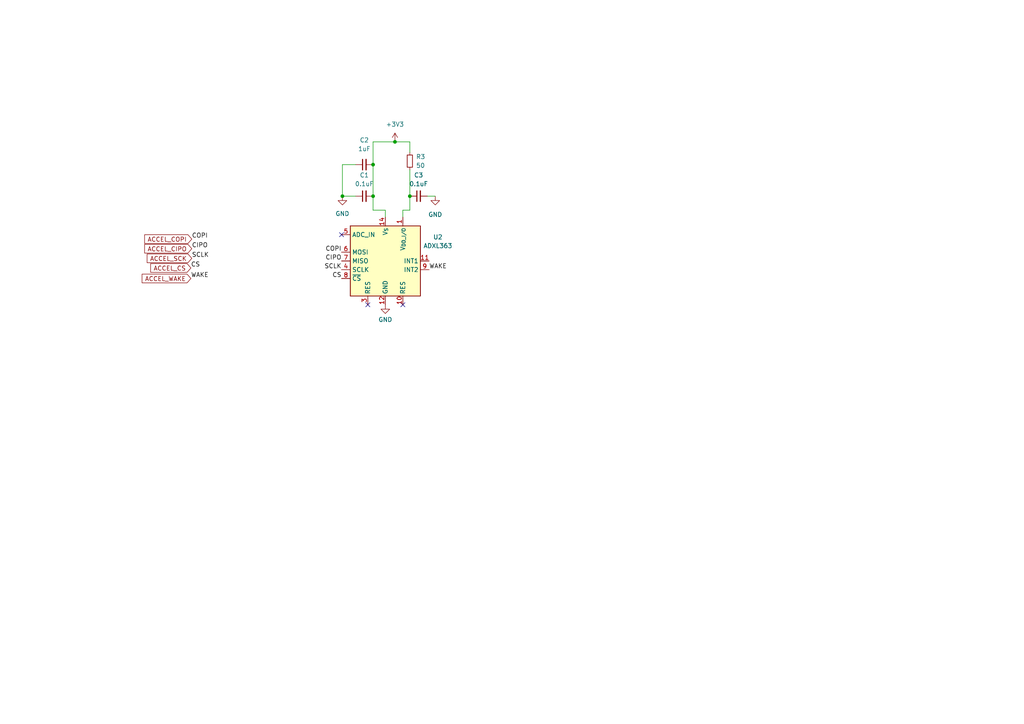
<source format=kicad_sch>
(kicad_sch (version 20230121) (generator eeschema)
  (paper "A4")
  (lib_symbols
    (symbol "Device:C_Small" (pin_numbers hide) (pin_names (offset 0.254) hide)
      (property "Reference" "C" (at 0.254 1.778 0))
      (property "Value" "C_Small" (at 0.254 -2.032 0))
      (symbol "C_Small_0_1"
        (polyline (pts (xy -1.524 -0.508) (xy 1.524 -0.508)) (stroke (width 0.3302)))
        (polyline (pts (xy -1.524 0.508) (xy 1.524 0.508)) (stroke (width 0.3048)))
      )
      (symbol "C_Small_1_1"
        (pin passive line (at 0 2.54 270) (length 2.032) (name "~") (number "1"))
        (pin passive line (at 0 -2.54 90) (length 2.032) (name "~") (number "2"))
      )
    )
    (symbol "Device:R_Small" (pin_numbers hide) (pin_names (offset 0.254) hide)
      (property "Reference" "R" (at 0.762 0.508 0))
      (property "Value" "R_Small" (at 0.762 -1.016 0))
      (symbol "R_Small_0_1"
        (rectangle (start -0.762 1.778) (end 0.762 -1.778) (stroke (width 0.2032)))
      )
      (symbol "R_Small_1_1"
        (pin passive line (at 0 2.54 270) (length 0.762) (name "~") (number "1"))
        (pin passive line (at 0 -2.54 90) (length 0.762) (name "~") (number "2"))
      )
    )
    (symbol "Sensor_Motion:ADXL363"
      (property "Reference" "U" (at -8.89 11.43 0))
      (property "Value" "ADXL363" (at 6.35 11.43 0))
      (symbol "ADXL363_0_1"
        (rectangle (start -10.16 10.16) (end 10.16 -10.16) (stroke (width 0.254)) (fill (type background)))
      )
      (symbol "ADXL363_1_1"
        (pin power_in line (at 5.08 12.7 270) (length 2.54) (name "V_{DD_I/O}") (number "1"))
        (pin passive line (at 5.08 -12.7 90) (length 2.54) (name "RES") (number "10"))
        (pin output line (at 12.7 0 180) (length 2.54) (name "INT1") (number "11"))
        (pin power_in line (at 0 -12.7 90) (length 2.54) (name "GND") (number "12"))
        (pin passive line (at 0 -12.7 90) (length 2.54) hide (name "GND") (number "13"))
        (pin power_in line (at 0 12.7 270) (length 2.54) (name "V_{S}") (number "14"))
        (pin passive line (at 0 -12.7 90) (length 2.54) hide (name "GND") (number "16"))
        (pin passive line (at -5.08 -12.7 90) (length 2.54) (name "RES") (number "3"))
        (pin input line (at -12.7 -2.54 0) (length 2.54) (name "SCLK") (number "4"))
        (pin input line (at -12.7 7.62 0) (length 2.54) (name "ADC_IN") (number "5"))
        (pin input line (at -12.7 2.54 0) (length 2.54) (name "MOSI") (number "6"))
        (pin output line (at -12.7 0 0) (length 2.54) (name "MISO") (number "7"))
        (pin input line (at -12.7 -5.08 0) (length 2.54) (name "~{CS}") (number "8"))
        (pin output line (at 12.7 -2.54 180) (length 2.54) (name "INT2") (number "9"))
      )
    )
    (symbol "power:+3V3" (power) (pin_names (offset 0))
      (property "Value" "+3V3" (at 0 3.556 0))
      (symbol "+3V3_0_1"
        (polyline (pts (xy -0.762 1.27) (xy 0 2.54)))
        (polyline (pts (xy 0 0) (xy 0 2.54)))
        (polyline (pts (xy 0 2.54) (xy 0.762 1.27)))
      )
      (symbol "+3V3_1_1"
        (pin power_in line (at 0 0 90) (length 0) hide (name "+3V3") (number "1"))
      )
    )
    (symbol "power:GND" (power) (pin_names (offset 0))
      (property "Value" "GND" (at 0 -3.81 0))
      (symbol "GND_0_1"
        (polyline (pts (xy 0 0) (xy 0 -1.27) (xy 1.27 -1.27) (xy 0 -2.54) (xy -1.27 -1.27) (xy 0 -1.27)))
      )
      (symbol "GND_1_1"
        (pin power_in line (at 0 0 270) (length 0) hide (name "GND") (number "1"))
      )
    )
  )
  (junction (at 99.314 56.896))
  (junction (at 108.204 56.896))
  (junction (at 118.872 56.896))
  (junction (at 114.554 41.148))
  (junction (at 108.204 47.752))
  (no_connect (at 106.68 88.392))
  (no_connect (at 99.06 68.072))
  (no_connect (at 116.84 88.392))
  (wire (pts (xy 99.314 47.752) (xy 99.314 56.896)))
  (wire (pts (xy 118.872 41.148) (xy 114.554 41.148)))
  (wire (pts (xy 108.204 47.752) (xy 108.204 56.896)))
  (wire (pts (xy 118.872 60.96) (xy 118.872 56.896)))
  (wire (pts (xy 108.204 47.752) (xy 108.204 41.148)))
  (wire (pts (xy 108.204 60.96) (xy 108.204 56.896)))
  (wire (pts (xy 99.314 56.896) (xy 103.124 56.896)))
  (wire (pts (xy 111.76 60.96) (xy 108.204 60.96)))
  (wire (pts (xy 103.124 47.752) (xy 99.314 47.752)))
  (wire (pts (xy 111.76 60.96) (xy 111.76 62.992)))
  (wire (pts (xy 123.952 56.896) (xy 126.238 56.896)))
  (wire (pts (xy 116.84 60.96) (xy 118.872 60.96)))
  (wire (pts (xy 108.204 41.148) (xy 114.554 41.148)))
  (wire (pts (xy 118.872 44.196) (xy 118.872 41.148)))
  (wire (pts (xy 118.872 56.896) (xy 118.872 49.276)))
  (wire (pts (xy 116.84 62.992) (xy 116.84 60.96)))
  (label "CS" (at 99.06 80.772 180))
  (label "CS" (at 55.372 77.724 0))
  (label "WAKE" (at 55.372 80.772 0))
  (label "CIPO" (at 99.06 75.692 180))
  (label "SCLK" (at 99.06 78.232 180))
  (label "COPI" (at 55.626 69.342 0))
  (label "WAKE" (at 124.46 78.232 0))
  (label "CIPO" (at 55.626 72.136 0))
  (label "COPI" (at 99.06 73.152 180))
  (label "SCLK" (at 55.626 74.93 0))
  (global_label "ACCEL_CS" (shape input) (at 55.372 77.724 180) (property "Intersheetrefs" "${INTERSHEET_REFS}" (effects hide)))
  (global_label "ACCEL_CIPO" (shape input) (at 55.626 72.136 180) (property "Intersheetrefs" "${INTERSHEET_REFS}" (effects hide)))
  (global_label "ACCEL_COPI" (shape input) (at 55.626 69.342 180) (property "Intersheetrefs" "${INTERSHEET_REFS}" (effects hide)))
  (global_label "ACCEL_SCK" (shape input) (at 55.626 74.93 180) (property "Intersheetrefs" "${INTERSHEET_REFS}" (effects hide)))
  (global_label "ACCEL_WAKE" (shape input) (at 55.372 80.772 180) (property "Intersheetrefs" "${INTERSHEET_REFS}" (effects hide)))
  (symbol (lib_id "Sensor_Motion:ADXL363") (at 111.76 75.692 0) (unit 1)
    (property "Reference" "U2" (at 127 68.7639 0))
    (property "Value" "ADXL363" (at 127 71.3039 0))
    (property "Footprint" "Sensor_Motion:Analog_LGA-16_3.25x3mm_P0.5mm_LayoutBorder3x5y" (effects hide))
    (property "Datasheet" "https://www.analog.com/media/en/technical-documentation/data-sheets/ADXL363.pdf" (effects hide))
  )
  (symbol (lib_id "Device:C_Small") (at 121.412 56.896 90) (unit 1)
    (property "Reference" "C3" (at 121.4183 50.8 90))
    (property "Value" "0.1uF" (at 121.4183 53.34 90))
    (property "Footprint" "Capacitor_SMD:C_0402_1005Metric" (effects hide))
  )
  (symbol (lib_id "power:GND") (at 99.314 56.896 0) (unit 1)
    (property "Reference" "#PWR011" (effects hide))
    (property "Value" "GND" (at 99.314 61.976 0))
  )
  (symbol (lib_id "power:GND") (at 126.238 56.896 0) (unit 1)
    (property "Reference" "#PWR013" (effects hide))
    (property "Value" "GND" (at 126.238 62.23 0))
  )
  (symbol (lib_id "Device:R_Small") (at 118.872 46.736 0) (unit 1)
    (property "Reference" "R3" (at 120.65 45.466 0) (effects (justify left)))
    (property "Value" "50" (at 120.65 48.006 0) (effects (justify left)))
    (property "Footprint" "Resistor_SMD:R_0402_1005Metric" (effects hide))
  )
  (symbol (lib_id "Device:C_Small") (at 105.664 47.752 90) (unit 1)
    (property "Reference" "C2" (at 105.6703 40.64 90))
    (property "Value" "1uF" (at 105.6703 43.18 90))
    (property "Footprint" "Capacitor_SMD:C_0603_1608Metric" (effects hide))
  )
  (symbol (lib_id "power:GND") (at 111.76 88.392 0) (unit 1)
    (property "Reference" "#PWR08" (effects hide))
    (property "Value" "GND" (at 111.76 92.71 0))
  )
  (symbol (lib_id "power:+3V3") (at 114.554 41.148 0) (unit 1)
    (property "Reference" "#PWR010" (effects hide))
    (property "Value" "+3V3" (at 114.554 36.068 0))
  )
  (symbol (lib_id "Device:C_Small") (at 105.664 56.896 90) (unit 1)
    (property "Reference" "C1" (at 105.6703 50.8 90))
    (property "Value" "0.1uF" (at 105.6703 53.34 90))
    (property "Footprint" "Capacitor_SMD:C_0402_1005Metric" (effects hide))
  )
)
</source>
